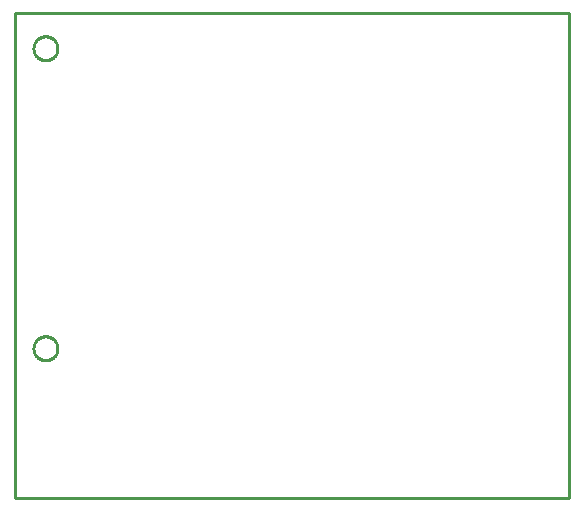
<source format=gbr>
G04 EAGLE Gerber RS-274X export*
G75*
%MOMM*%
%FSLAX34Y34*%
%LPD*%
%IN*%
%IPPOS*%
%AMOC8*
5,1,8,0,0,1.08239X$1,22.5*%
G01*
%ADD10C,0.254000*%


D10*
X0Y0D02*
X468430Y0D01*
X468430Y410720D01*
X0Y410720D01*
X0Y0D01*
X35560Y126556D02*
X35483Y125673D01*
X35329Y124799D01*
X35099Y123942D01*
X34796Y123108D01*
X34421Y122304D01*
X33977Y121536D01*
X33468Y120809D01*
X32898Y120129D01*
X32271Y119502D01*
X31591Y118932D01*
X30864Y118423D01*
X30096Y117979D01*
X29292Y117604D01*
X28458Y117301D01*
X27601Y117071D01*
X26727Y116917D01*
X25844Y116840D01*
X24956Y116840D01*
X24073Y116917D01*
X23199Y117071D01*
X22342Y117301D01*
X21508Y117604D01*
X20704Y117979D01*
X19936Y118423D01*
X19209Y118932D01*
X18529Y119502D01*
X17902Y120129D01*
X17332Y120809D01*
X16823Y121536D01*
X16379Y122304D01*
X16004Y123108D01*
X15701Y123942D01*
X15471Y124799D01*
X15317Y125673D01*
X15240Y126556D01*
X15240Y127444D01*
X15317Y128327D01*
X15471Y129201D01*
X15701Y130058D01*
X16004Y130892D01*
X16379Y131696D01*
X16823Y132464D01*
X17332Y133191D01*
X17902Y133871D01*
X18529Y134498D01*
X19209Y135068D01*
X19936Y135577D01*
X20704Y136021D01*
X21508Y136396D01*
X22342Y136699D01*
X23199Y136929D01*
X24073Y137083D01*
X24956Y137160D01*
X25844Y137160D01*
X26727Y137083D01*
X27601Y136929D01*
X28458Y136699D01*
X29292Y136396D01*
X30096Y136021D01*
X30864Y135577D01*
X31591Y135068D01*
X32271Y134498D01*
X32898Y133871D01*
X33468Y133191D01*
X33977Y132464D01*
X34421Y131696D01*
X34796Y130892D01*
X35099Y130058D01*
X35329Y129201D01*
X35483Y128327D01*
X35560Y127444D01*
X35560Y126556D01*
X35560Y380556D02*
X35483Y379673D01*
X35329Y378799D01*
X35099Y377942D01*
X34796Y377108D01*
X34421Y376304D01*
X33977Y375536D01*
X33468Y374809D01*
X32898Y374129D01*
X32271Y373502D01*
X31591Y372932D01*
X30864Y372423D01*
X30096Y371979D01*
X29292Y371604D01*
X28458Y371301D01*
X27601Y371071D01*
X26727Y370917D01*
X25844Y370840D01*
X24956Y370840D01*
X24073Y370917D01*
X23199Y371071D01*
X22342Y371301D01*
X21508Y371604D01*
X20704Y371979D01*
X19936Y372423D01*
X19209Y372932D01*
X18529Y373502D01*
X17902Y374129D01*
X17332Y374809D01*
X16823Y375536D01*
X16379Y376304D01*
X16004Y377108D01*
X15701Y377942D01*
X15471Y378799D01*
X15317Y379673D01*
X15240Y380556D01*
X15240Y381444D01*
X15317Y382327D01*
X15471Y383201D01*
X15701Y384058D01*
X16004Y384892D01*
X16379Y385696D01*
X16823Y386464D01*
X17332Y387191D01*
X17902Y387871D01*
X18529Y388498D01*
X19209Y389068D01*
X19936Y389577D01*
X20704Y390021D01*
X21508Y390396D01*
X22342Y390699D01*
X23199Y390929D01*
X24073Y391083D01*
X24956Y391160D01*
X25844Y391160D01*
X26727Y391083D01*
X27601Y390929D01*
X28458Y390699D01*
X29292Y390396D01*
X30096Y390021D01*
X30864Y389577D01*
X31591Y389068D01*
X32271Y388498D01*
X32898Y387871D01*
X33468Y387191D01*
X33977Y386464D01*
X34421Y385696D01*
X34796Y384892D01*
X35099Y384058D01*
X35329Y383201D01*
X35483Y382327D01*
X35560Y381444D01*
X35560Y380556D01*
M02*

</source>
